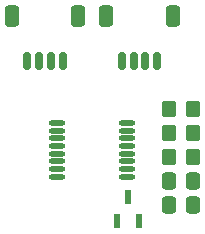
<source format=gbr>
%TF.GenerationSoftware,KiCad,Pcbnew,(6.0.7)*%
%TF.CreationDate,2022-10-15T10:30:28-05:00*%
%TF.ProjectId,ADS1219,41445331-3231-4392-9e6b-696361645f70,4*%
%TF.SameCoordinates,Original*%
%TF.FileFunction,Paste,Top*%
%TF.FilePolarity,Positive*%
%FSLAX46Y46*%
G04 Gerber Fmt 4.6, Leading zero omitted, Abs format (unit mm)*
G04 Created by KiCad (PCBNEW (6.0.7)) date 2022-10-15 10:30:28*
%MOMM*%
%LPD*%
G01*
G04 APERTURE LIST*
G04 Aperture macros list*
%AMRoundRect*
0 Rectangle with rounded corners*
0 $1 Rounding radius*
0 $2 $3 $4 $5 $6 $7 $8 $9 X,Y pos of 4 corners*
0 Add a 4 corners polygon primitive as box body*
4,1,4,$2,$3,$4,$5,$6,$7,$8,$9,$2,$3,0*
0 Add four circle primitives for the rounded corners*
1,1,$1+$1,$2,$3*
1,1,$1+$1,$4,$5*
1,1,$1+$1,$6,$7*
1,1,$1+$1,$8,$9*
0 Add four rect primitives between the rounded corners*
20,1,$1+$1,$2,$3,$4,$5,0*
20,1,$1+$1,$4,$5,$6,$7,0*
20,1,$1+$1,$6,$7,$8,$9,0*
20,1,$1+$1,$8,$9,$2,$3,0*%
G04 Aperture macros list end*
%ADD10R,0.568000X1.258799*%
%ADD11O,1.400000X0.449999*%
%ADD12RoundRect,0.150000X0.150000X0.625000X-0.150000X0.625000X-0.150000X-0.625000X0.150000X-0.625000X0*%
%ADD13RoundRect,0.250000X0.350000X0.650000X-0.350000X0.650000X-0.350000X-0.650000X0.350000X-0.650000X0*%
%ADD14RoundRect,0.250000X0.350000X0.450000X-0.350000X0.450000X-0.350000X-0.450000X0.350000X-0.450000X0*%
%ADD15RoundRect,0.250000X0.337500X0.475000X-0.337500X0.475000X-0.337500X-0.475000X0.337500X-0.475000X0*%
%ADD16RoundRect,0.250000X-0.337500X-0.475000X0.337500X-0.475000X0.337500X0.475000X-0.337500X0.475000X0*%
G04 APERTURE END LIST*
D10*
%TO.C,U2*%
X173500000Y-90484000D03*
X174449960Y-92516000D03*
X172550040Y-92516000D03*
%TD*%
D11*
%TO.C,U1*%
X167550001Y-84225001D03*
X167550001Y-84875002D03*
X167550001Y-85525001D03*
X167550001Y-86175002D03*
X167550001Y-86825001D03*
X167550001Y-87475002D03*
X167550001Y-88125001D03*
X167550001Y-88775002D03*
X173450002Y-88775002D03*
X173450002Y-88125001D03*
X173450002Y-87475002D03*
X173450002Y-86825001D03*
X173450002Y-86175002D03*
X173450002Y-85525001D03*
X173450002Y-84875002D03*
X173450002Y-84225001D03*
%TD*%
D12*
%TO.C,J1*%
X168000000Y-79000000D03*
X167000000Y-79000000D03*
X166000000Y-79000000D03*
X165000000Y-79000000D03*
D13*
X163700000Y-75125000D03*
X169300000Y-75125000D03*
%TD*%
D12*
%TO.C,J3*%
X176000000Y-79000000D03*
X175000000Y-79000000D03*
X174000000Y-79000000D03*
X173000000Y-79000000D03*
D13*
X171700000Y-75125000D03*
X177300000Y-75125000D03*
%TD*%
D14*
%TO.C,R3*%
X179000000Y-83000000D03*
X177000000Y-83000000D03*
%TD*%
D15*
%TO.C,C1*%
X179037500Y-89096000D03*
X176962500Y-89096000D03*
%TD*%
D14*
%TO.C,R2*%
X179000000Y-87064000D03*
X177000000Y-87064000D03*
%TD*%
%TO.C,R1*%
X179000000Y-85032000D03*
X177000000Y-85032000D03*
%TD*%
D16*
%TO.C,C2*%
X176962500Y-91128000D03*
X179037500Y-91128000D03*
%TD*%
M02*

</source>
